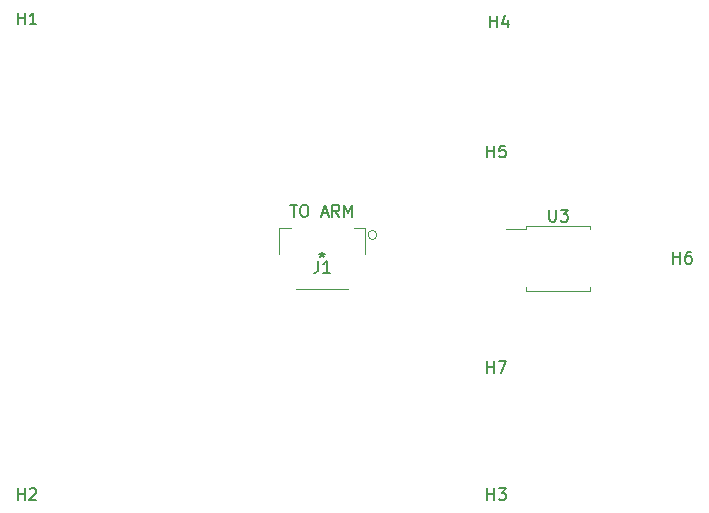
<source format=gbr>
%TF.GenerationSoftware,KiCad,Pcbnew,(5.1.6)-1*%
%TF.CreationDate,2021-12-10T22:34:56-05:00*%
%TF.ProjectId,base,62617365-2e6b-4696-9361-645f70636258,rev?*%
%TF.SameCoordinates,Original*%
%TF.FileFunction,Legend,Top*%
%TF.FilePolarity,Positive*%
%FSLAX46Y46*%
G04 Gerber Fmt 4.6, Leading zero omitted, Abs format (unit mm)*
G04 Created by KiCad (PCBNEW (5.1.6)-1) date 2021-12-10 22:34:56*
%MOMM*%
%LPD*%
G01*
G04 APERTURE LIST*
%ADD10C,0.120000*%
%ADD11C,0.150000*%
G04 APERTURE END LIST*
D10*
%TO.C,J1*%
X144778841Y-98603501D02*
X149221159Y-98603501D01*
X150632200Y-95592961D02*
X150632200Y-93396500D01*
X150632200Y-93396500D02*
X149662941Y-93396500D01*
X143367800Y-93396500D02*
X143367800Y-95592961D01*
X144337059Y-93396500D02*
X143367800Y-93396500D01*
X151648200Y-94023500D02*
G75*
G03*
X151648200Y-94023500I-381000J0D01*
G01*
%TO.C,U3*%
X164275000Y-93535000D02*
X162600000Y-93535000D01*
X164275000Y-93275000D02*
X164275000Y-93535000D01*
X167000000Y-93275000D02*
X164275000Y-93275000D01*
X169725000Y-93275000D02*
X169725000Y-93535000D01*
X167000000Y-93275000D02*
X169725000Y-93275000D01*
X164275000Y-98725000D02*
X164275000Y-98465000D01*
X167000000Y-98725000D02*
X164275000Y-98725000D01*
X169725000Y-98725000D02*
X169725000Y-98465000D01*
X167000000Y-98725000D02*
X169725000Y-98725000D01*
%TO.C,J1*%
D11*
X146666666Y-96202380D02*
X146666666Y-96916666D01*
X146619047Y-97059523D01*
X146523809Y-97154761D01*
X146380952Y-97202380D01*
X146285714Y-97202380D01*
X147666666Y-97202380D02*
X147095238Y-97202380D01*
X147380952Y-97202380D02*
X147380952Y-96202380D01*
X147285714Y-96345238D01*
X147190476Y-96440476D01*
X147095238Y-96488095D01*
X144309524Y-91475880D02*
X144880953Y-91475880D01*
X144595239Y-92475880D02*
X144595239Y-91475880D01*
X145404762Y-91475880D02*
X145595239Y-91475880D01*
X145690477Y-91523500D01*
X145785715Y-91618738D01*
X145833334Y-91809214D01*
X145833334Y-92142547D01*
X145785715Y-92333023D01*
X145690477Y-92428261D01*
X145595239Y-92475880D01*
X145404762Y-92475880D01*
X145309524Y-92428261D01*
X145214286Y-92333023D01*
X145166667Y-92142547D01*
X145166667Y-91809214D01*
X145214286Y-91618738D01*
X145309524Y-91523500D01*
X145404762Y-91475880D01*
X146976191Y-92190166D02*
X147452381Y-92190166D01*
X146880953Y-92475880D02*
X147214286Y-91475880D01*
X147547620Y-92475880D01*
X148452381Y-92475880D02*
X148119048Y-91999690D01*
X147880953Y-92475880D02*
X147880953Y-91475880D01*
X148261905Y-91475880D01*
X148357143Y-91523500D01*
X148404762Y-91571119D01*
X148452381Y-91666357D01*
X148452381Y-91809214D01*
X148404762Y-91904452D01*
X148357143Y-91952071D01*
X148261905Y-91999690D01*
X147880953Y-91999690D01*
X148880953Y-92475880D02*
X148880953Y-91475880D01*
X149214286Y-92190166D01*
X149547620Y-91475880D01*
X149547620Y-92475880D01*
X147000000Y-95452380D02*
X147000000Y-95690476D01*
X146761904Y-95595238D02*
X147000000Y-95690476D01*
X147238095Y-95595238D01*
X146857142Y-95880952D02*
X147000000Y-95690476D01*
X147142857Y-95880952D01*
%TO.C,H7*%
X160988095Y-105702380D02*
X160988095Y-104702380D01*
X160988095Y-105178571D02*
X161559523Y-105178571D01*
X161559523Y-105702380D02*
X161559523Y-104702380D01*
X161940476Y-104702380D02*
X162607142Y-104702380D01*
X162178571Y-105702380D01*
%TO.C,H6*%
X176738095Y-96452380D02*
X176738095Y-95452380D01*
X176738095Y-95928571D02*
X177309523Y-95928571D01*
X177309523Y-96452380D02*
X177309523Y-95452380D01*
X178214285Y-95452380D02*
X178023809Y-95452380D01*
X177928571Y-95500000D01*
X177880952Y-95547619D01*
X177785714Y-95690476D01*
X177738095Y-95880952D01*
X177738095Y-96261904D01*
X177785714Y-96357142D01*
X177833333Y-96404761D01*
X177928571Y-96452380D01*
X178119047Y-96452380D01*
X178214285Y-96404761D01*
X178261904Y-96357142D01*
X178309523Y-96261904D01*
X178309523Y-96023809D01*
X178261904Y-95928571D01*
X178214285Y-95880952D01*
X178119047Y-95833333D01*
X177928571Y-95833333D01*
X177833333Y-95880952D01*
X177785714Y-95928571D01*
X177738095Y-96023809D01*
%TO.C,H5*%
X160988095Y-87452380D02*
X160988095Y-86452380D01*
X160988095Y-86928571D02*
X161559523Y-86928571D01*
X161559523Y-87452380D02*
X161559523Y-86452380D01*
X162511904Y-86452380D02*
X162035714Y-86452380D01*
X161988095Y-86928571D01*
X162035714Y-86880952D01*
X162130952Y-86833333D01*
X162369047Y-86833333D01*
X162464285Y-86880952D01*
X162511904Y-86928571D01*
X162559523Y-87023809D01*
X162559523Y-87261904D01*
X162511904Y-87357142D01*
X162464285Y-87404761D01*
X162369047Y-87452380D01*
X162130952Y-87452380D01*
X162035714Y-87404761D01*
X161988095Y-87357142D01*
%TO.C,H4*%
X161238095Y-76452380D02*
X161238095Y-75452380D01*
X161238095Y-75928571D02*
X161809523Y-75928571D01*
X161809523Y-76452380D02*
X161809523Y-75452380D01*
X162714285Y-75785714D02*
X162714285Y-76452380D01*
X162476190Y-75404761D02*
X162238095Y-76119047D01*
X162857142Y-76119047D01*
%TO.C,H3*%
X160988095Y-116452380D02*
X160988095Y-115452380D01*
X160988095Y-115928571D02*
X161559523Y-115928571D01*
X161559523Y-116452380D02*
X161559523Y-115452380D01*
X161940476Y-115452380D02*
X162559523Y-115452380D01*
X162226190Y-115833333D01*
X162369047Y-115833333D01*
X162464285Y-115880952D01*
X162511904Y-115928571D01*
X162559523Y-116023809D01*
X162559523Y-116261904D01*
X162511904Y-116357142D01*
X162464285Y-116404761D01*
X162369047Y-116452380D01*
X162083333Y-116452380D01*
X161988095Y-116404761D01*
X161940476Y-116357142D01*
%TO.C,H2*%
X121238095Y-116452380D02*
X121238095Y-115452380D01*
X121238095Y-115928571D02*
X121809523Y-115928571D01*
X121809523Y-116452380D02*
X121809523Y-115452380D01*
X122238095Y-115547619D02*
X122285714Y-115500000D01*
X122380952Y-115452380D01*
X122619047Y-115452380D01*
X122714285Y-115500000D01*
X122761904Y-115547619D01*
X122809523Y-115642857D01*
X122809523Y-115738095D01*
X122761904Y-115880952D01*
X122190476Y-116452380D01*
X122809523Y-116452380D01*
%TO.C,H1*%
X121238095Y-76202380D02*
X121238095Y-75202380D01*
X121238095Y-75678571D02*
X121809523Y-75678571D01*
X121809523Y-76202380D02*
X121809523Y-75202380D01*
X122809523Y-76202380D02*
X122238095Y-76202380D01*
X122523809Y-76202380D02*
X122523809Y-75202380D01*
X122428571Y-75345238D01*
X122333333Y-75440476D01*
X122238095Y-75488095D01*
%TO.C,U3*%
X166238095Y-91892380D02*
X166238095Y-92701904D01*
X166285714Y-92797142D01*
X166333333Y-92844761D01*
X166428571Y-92892380D01*
X166619047Y-92892380D01*
X166714285Y-92844761D01*
X166761904Y-92797142D01*
X166809523Y-92701904D01*
X166809523Y-91892380D01*
X167190476Y-91892380D02*
X167809523Y-91892380D01*
X167476190Y-92273333D01*
X167619047Y-92273333D01*
X167714285Y-92320952D01*
X167761904Y-92368571D01*
X167809523Y-92463809D01*
X167809523Y-92701904D01*
X167761904Y-92797142D01*
X167714285Y-92844761D01*
X167619047Y-92892380D01*
X167333333Y-92892380D01*
X167238095Y-92844761D01*
X167190476Y-92797142D01*
%TD*%
M02*

</source>
